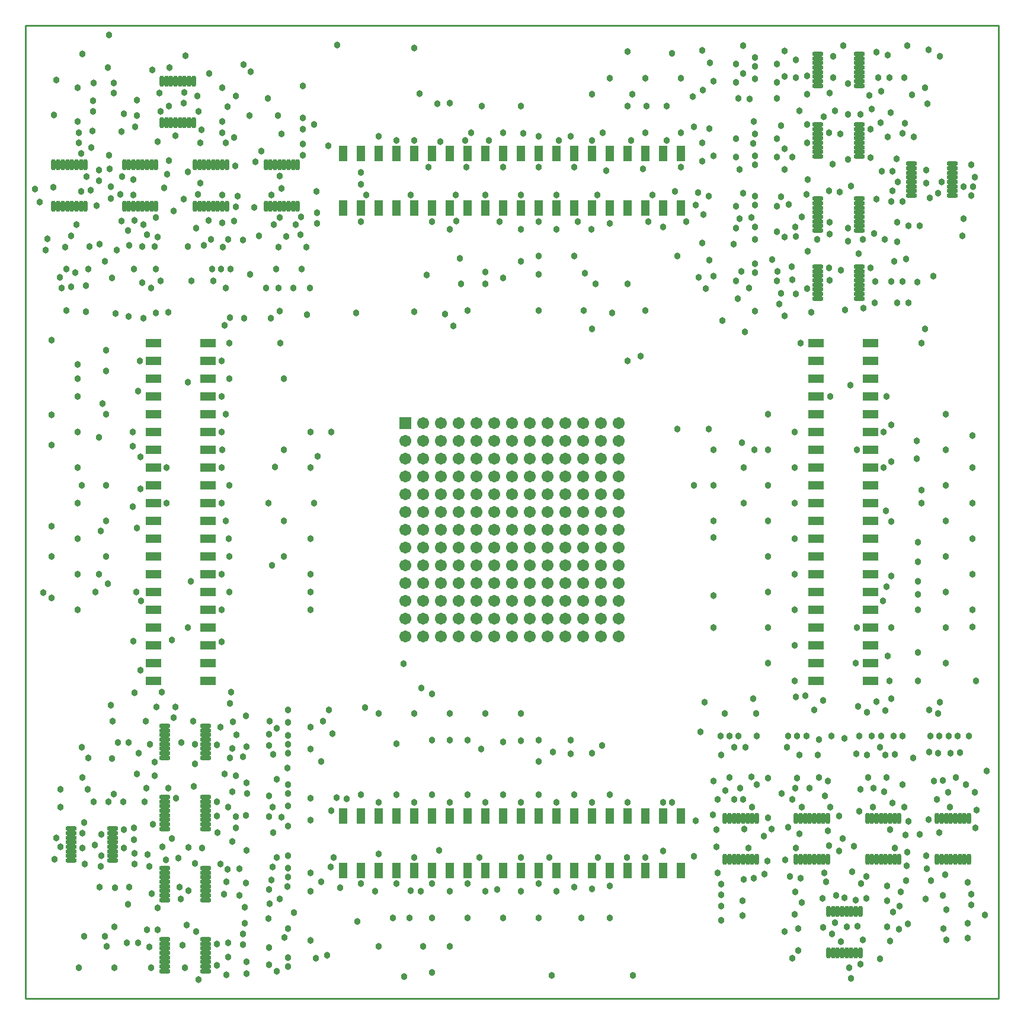
<source format=gbs>
G04 Layer_Color=16711935*
%FSLAX25Y25*%
%MOIN*%
G70*
G01*
G75*
%ADD17C,0.01000*%
%ADD27O,0.06312X0.02670*%
%ADD28O,0.02670X0.06312*%
%ADD29R,0.04737X0.08674*%
%ADD30R,0.08674X0.04737*%
%ADD31C,0.06706*%
%ADD32R,0.06706X0.06706*%
%ADD33C,0.03800*%
D17*
X0Y0D02*
Y547500D01*
X547500D01*
Y0D02*
Y547500D01*
X0Y0D02*
X547500D01*
D27*
X78386Y55543D02*
D03*
Y58102D02*
D03*
Y60661D02*
D03*
Y63220D02*
D03*
Y65780D02*
D03*
Y68339D02*
D03*
Y70898D02*
D03*
Y73457D02*
D03*
X101614Y55543D02*
D03*
Y58102D02*
D03*
Y60661D02*
D03*
Y63220D02*
D03*
Y65780D02*
D03*
Y68339D02*
D03*
Y70898D02*
D03*
Y73457D02*
D03*
X49114Y95707D02*
D03*
Y93148D02*
D03*
Y90589D02*
D03*
Y88030D02*
D03*
Y85470D02*
D03*
Y82911D02*
D03*
Y80352D02*
D03*
Y77793D02*
D03*
X25886Y95707D02*
D03*
Y93148D02*
D03*
Y90589D02*
D03*
Y88030D02*
D03*
Y85470D02*
D03*
Y82911D02*
D03*
Y80352D02*
D03*
Y77793D02*
D03*
X521614Y469707D02*
D03*
Y467148D02*
D03*
Y464589D02*
D03*
Y462030D02*
D03*
Y459470D02*
D03*
Y456911D02*
D03*
Y454352D02*
D03*
Y451793D02*
D03*
X498386Y469707D02*
D03*
Y467148D02*
D03*
Y464589D02*
D03*
Y462030D02*
D03*
Y459470D02*
D03*
Y456911D02*
D03*
Y454352D02*
D03*
Y451793D02*
D03*
X78386Y95543D02*
D03*
Y98102D02*
D03*
Y100661D02*
D03*
Y103220D02*
D03*
Y105780D02*
D03*
Y108339D02*
D03*
Y110898D02*
D03*
Y113457D02*
D03*
X101614Y95543D02*
D03*
Y98102D02*
D03*
Y100661D02*
D03*
Y103220D02*
D03*
Y105780D02*
D03*
Y108339D02*
D03*
Y110898D02*
D03*
Y113457D02*
D03*
X78386Y135543D02*
D03*
Y138102D02*
D03*
Y140661D02*
D03*
Y143220D02*
D03*
Y145780D02*
D03*
Y148339D02*
D03*
Y150898D02*
D03*
Y153457D02*
D03*
X101614Y135543D02*
D03*
Y138102D02*
D03*
Y140661D02*
D03*
Y143220D02*
D03*
Y145780D02*
D03*
Y148339D02*
D03*
Y150898D02*
D03*
Y153457D02*
D03*
X469114Y450057D02*
D03*
Y447498D02*
D03*
Y444939D02*
D03*
Y442380D02*
D03*
Y439820D02*
D03*
Y437261D02*
D03*
Y434702D02*
D03*
Y432143D02*
D03*
X445886Y450057D02*
D03*
Y447498D02*
D03*
Y444939D02*
D03*
Y442380D02*
D03*
Y439820D02*
D03*
Y437261D02*
D03*
Y434702D02*
D03*
Y432143D02*
D03*
X469114Y411757D02*
D03*
Y409198D02*
D03*
Y406639D02*
D03*
Y404080D02*
D03*
Y401520D02*
D03*
Y398961D02*
D03*
Y396402D02*
D03*
Y393843D02*
D03*
X445886Y411757D02*
D03*
Y409198D02*
D03*
Y406639D02*
D03*
Y404080D02*
D03*
Y401520D02*
D03*
Y398961D02*
D03*
Y396402D02*
D03*
Y393843D02*
D03*
X469114Y531457D02*
D03*
Y528898D02*
D03*
Y526339D02*
D03*
Y523780D02*
D03*
Y521220D02*
D03*
Y518661D02*
D03*
Y516102D02*
D03*
Y513543D02*
D03*
X445886Y531457D02*
D03*
Y528898D02*
D03*
Y526339D02*
D03*
Y523780D02*
D03*
Y521220D02*
D03*
Y518661D02*
D03*
Y516102D02*
D03*
Y513543D02*
D03*
X469114Y491657D02*
D03*
Y489098D02*
D03*
Y486539D02*
D03*
Y483980D02*
D03*
Y481420D02*
D03*
Y478861D02*
D03*
Y476302D02*
D03*
Y473743D02*
D03*
X445886Y491657D02*
D03*
Y489098D02*
D03*
Y486539D02*
D03*
Y483980D02*
D03*
Y481420D02*
D03*
Y478861D02*
D03*
Y476302D02*
D03*
Y473743D02*
D03*
X78386Y15543D02*
D03*
Y18102D02*
D03*
Y20661D02*
D03*
Y23220D02*
D03*
Y25780D02*
D03*
Y28339D02*
D03*
Y30898D02*
D03*
Y33457D02*
D03*
X101614Y15543D02*
D03*
Y18102D02*
D03*
Y20661D02*
D03*
Y23220D02*
D03*
Y25780D02*
D03*
Y28339D02*
D03*
Y30898D02*
D03*
Y33457D02*
D03*
D28*
X95443Y469114D02*
D03*
X98002D02*
D03*
X100561D02*
D03*
X103120D02*
D03*
X105680D02*
D03*
X108239D02*
D03*
X110798D02*
D03*
X113357D02*
D03*
X95443Y445886D02*
D03*
X98002D02*
D03*
X100561D02*
D03*
X103120D02*
D03*
X105680D02*
D03*
X108239D02*
D03*
X110798D02*
D03*
X113357D02*
D03*
X15943Y469114D02*
D03*
X18502D02*
D03*
X21061D02*
D03*
X23620D02*
D03*
X26180D02*
D03*
X28739D02*
D03*
X31298D02*
D03*
X33857D02*
D03*
X15943Y445886D02*
D03*
X18502D02*
D03*
X21061D02*
D03*
X23620D02*
D03*
X26180D02*
D03*
X28739D02*
D03*
X31298D02*
D03*
X33857D02*
D03*
X530757Y78386D02*
D03*
X528198D02*
D03*
X525639D02*
D03*
X523080D02*
D03*
X520520D02*
D03*
X517961D02*
D03*
X515402D02*
D03*
X512843D02*
D03*
X530757Y101614D02*
D03*
X528198D02*
D03*
X525639D02*
D03*
X523080D02*
D03*
X520520D02*
D03*
X517961D02*
D03*
X515402D02*
D03*
X512843D02*
D03*
X469707Y25886D02*
D03*
X467148D02*
D03*
X464589D02*
D03*
X462030D02*
D03*
X459470D02*
D03*
X456911D02*
D03*
X454352D02*
D03*
X451793D02*
D03*
X469707Y49114D02*
D03*
X467148D02*
D03*
X464589D02*
D03*
X462030D02*
D03*
X459470D02*
D03*
X456911D02*
D03*
X454352D02*
D03*
X451793D02*
D03*
X94707Y492886D02*
D03*
X92148D02*
D03*
X89589D02*
D03*
X87030D02*
D03*
X84470D02*
D03*
X81911D02*
D03*
X79352D02*
D03*
X76793D02*
D03*
X94707Y516114D02*
D03*
X92148D02*
D03*
X89589D02*
D03*
X87030D02*
D03*
X84470D02*
D03*
X81911D02*
D03*
X79352D02*
D03*
X76793D02*
D03*
X491557Y78386D02*
D03*
X488998D02*
D03*
X486439D02*
D03*
X483880D02*
D03*
X481320D02*
D03*
X478761D02*
D03*
X476202D02*
D03*
X473643D02*
D03*
X491557Y101614D02*
D03*
X488998D02*
D03*
X486439D02*
D03*
X483880D02*
D03*
X481320D02*
D03*
X478761D02*
D03*
X476202D02*
D03*
X473643D02*
D03*
X451457Y78386D02*
D03*
X448898D02*
D03*
X446339D02*
D03*
X443780D02*
D03*
X441220D02*
D03*
X438661D02*
D03*
X436102D02*
D03*
X433543D02*
D03*
X451457Y101614D02*
D03*
X448898D02*
D03*
X446339D02*
D03*
X443780D02*
D03*
X441220D02*
D03*
X438661D02*
D03*
X436102D02*
D03*
X433543D02*
D03*
X411457Y78386D02*
D03*
X408898D02*
D03*
X406339D02*
D03*
X403780D02*
D03*
X401220D02*
D03*
X398661D02*
D03*
X396102D02*
D03*
X393543D02*
D03*
X411457Y101614D02*
D03*
X408898D02*
D03*
X406339D02*
D03*
X403780D02*
D03*
X401220D02*
D03*
X398661D02*
D03*
X396102D02*
D03*
X393543D02*
D03*
X55643Y469114D02*
D03*
X58202D02*
D03*
X60761D02*
D03*
X63320D02*
D03*
X65880D02*
D03*
X68439D02*
D03*
X70998D02*
D03*
X73557D02*
D03*
X55643Y445886D02*
D03*
X58202D02*
D03*
X60761D02*
D03*
X63320D02*
D03*
X65880D02*
D03*
X68439D02*
D03*
X70998D02*
D03*
X73557D02*
D03*
X135343Y469114D02*
D03*
X137902D02*
D03*
X140461D02*
D03*
X143020D02*
D03*
X145580D02*
D03*
X148139D02*
D03*
X150698D02*
D03*
X153257D02*
D03*
X135343Y445886D02*
D03*
X137902D02*
D03*
X140461D02*
D03*
X143020D02*
D03*
X145580D02*
D03*
X148139D02*
D03*
X150698D02*
D03*
X153257D02*
D03*
D29*
X218750Y102854D02*
D03*
X198750D02*
D03*
X188750D02*
D03*
X178750D02*
D03*
X208750D02*
D03*
X258750D02*
D03*
X228750D02*
D03*
X238750D02*
D03*
X248750D02*
D03*
X268750D02*
D03*
X308750D02*
D03*
X278750D02*
D03*
X288750D02*
D03*
X298750D02*
D03*
X318750D02*
D03*
X358750D02*
D03*
X328750D02*
D03*
X338750D02*
D03*
X348750D02*
D03*
X368750D02*
D03*
Y72146D02*
D03*
X348750D02*
D03*
X338750D02*
D03*
X328750D02*
D03*
X358750D02*
D03*
X318750D02*
D03*
X298750D02*
D03*
X288750D02*
D03*
X278750D02*
D03*
X308750D02*
D03*
X268750D02*
D03*
X248750D02*
D03*
X238750D02*
D03*
X228750D02*
D03*
X258750D02*
D03*
X208750D02*
D03*
X178750D02*
D03*
X188750D02*
D03*
X198750D02*
D03*
X218750D02*
D03*
X328750Y444646D02*
D03*
X348750D02*
D03*
X358750D02*
D03*
X368750D02*
D03*
X338750D02*
D03*
X288750D02*
D03*
X318750D02*
D03*
X308750D02*
D03*
X298750D02*
D03*
X278750D02*
D03*
X238750D02*
D03*
X268750D02*
D03*
X258750D02*
D03*
X248750D02*
D03*
X228750D02*
D03*
X188750D02*
D03*
X218750D02*
D03*
X208750D02*
D03*
X198750D02*
D03*
X178750D02*
D03*
Y475354D02*
D03*
X198750D02*
D03*
X208750D02*
D03*
X218750D02*
D03*
X188750D02*
D03*
X228750D02*
D03*
X248750D02*
D03*
X258750D02*
D03*
X268750D02*
D03*
X238750D02*
D03*
X278750D02*
D03*
X298750D02*
D03*
X308750D02*
D03*
X318750D02*
D03*
X288750D02*
D03*
X338750D02*
D03*
X368750D02*
D03*
X358750D02*
D03*
X348750D02*
D03*
X328750D02*
D03*
D30*
X444646Y218750D02*
D03*
Y198750D02*
D03*
Y188750D02*
D03*
Y178750D02*
D03*
Y208750D02*
D03*
Y258750D02*
D03*
Y228750D02*
D03*
Y238750D02*
D03*
Y248750D02*
D03*
Y268750D02*
D03*
Y308750D02*
D03*
Y278750D02*
D03*
Y288750D02*
D03*
Y298750D02*
D03*
Y318750D02*
D03*
Y358750D02*
D03*
Y328750D02*
D03*
Y338750D02*
D03*
Y348750D02*
D03*
Y368750D02*
D03*
X475354D02*
D03*
Y348750D02*
D03*
Y338750D02*
D03*
Y328750D02*
D03*
Y358750D02*
D03*
Y318750D02*
D03*
Y298750D02*
D03*
Y288750D02*
D03*
Y278750D02*
D03*
Y308750D02*
D03*
Y268750D02*
D03*
Y248750D02*
D03*
Y238750D02*
D03*
Y228750D02*
D03*
Y258750D02*
D03*
Y208750D02*
D03*
Y178750D02*
D03*
Y188750D02*
D03*
Y198750D02*
D03*
Y218750D02*
D03*
X102854Y328750D02*
D03*
Y348750D02*
D03*
Y358750D02*
D03*
Y368750D02*
D03*
Y338750D02*
D03*
Y288750D02*
D03*
Y318750D02*
D03*
Y308750D02*
D03*
Y298750D02*
D03*
Y278750D02*
D03*
Y238750D02*
D03*
Y268750D02*
D03*
Y258750D02*
D03*
Y248750D02*
D03*
Y228750D02*
D03*
Y188750D02*
D03*
Y218750D02*
D03*
Y208750D02*
D03*
Y198750D02*
D03*
Y178750D02*
D03*
X72146D02*
D03*
Y198750D02*
D03*
Y208750D02*
D03*
Y218750D02*
D03*
Y188750D02*
D03*
Y228750D02*
D03*
Y248750D02*
D03*
Y258750D02*
D03*
Y268750D02*
D03*
Y238750D02*
D03*
Y278750D02*
D03*
Y298750D02*
D03*
Y308750D02*
D03*
Y318750D02*
D03*
Y288750D02*
D03*
Y338750D02*
D03*
Y368750D02*
D03*
Y358750D02*
D03*
Y348750D02*
D03*
Y328750D02*
D03*
D31*
X333750Y203750D02*
D03*
Y213750D02*
D03*
Y223750D02*
D03*
Y233750D02*
D03*
Y243750D02*
D03*
Y253750D02*
D03*
Y263750D02*
D03*
Y273750D02*
D03*
Y283750D02*
D03*
Y293750D02*
D03*
Y303750D02*
D03*
Y313750D02*
D03*
Y323750D02*
D03*
X323750Y203750D02*
D03*
Y213750D02*
D03*
Y223750D02*
D03*
Y233750D02*
D03*
Y243750D02*
D03*
Y253750D02*
D03*
Y263750D02*
D03*
Y273750D02*
D03*
Y283750D02*
D03*
Y293750D02*
D03*
Y303750D02*
D03*
Y313750D02*
D03*
Y323750D02*
D03*
X313750Y203750D02*
D03*
Y213750D02*
D03*
Y223750D02*
D03*
Y233750D02*
D03*
Y243750D02*
D03*
Y253750D02*
D03*
Y263750D02*
D03*
Y273750D02*
D03*
Y283750D02*
D03*
Y293750D02*
D03*
Y303750D02*
D03*
Y313750D02*
D03*
Y323750D02*
D03*
X303750Y203750D02*
D03*
Y213750D02*
D03*
Y223750D02*
D03*
Y233750D02*
D03*
Y243750D02*
D03*
Y253750D02*
D03*
Y263750D02*
D03*
Y273750D02*
D03*
Y283750D02*
D03*
Y293750D02*
D03*
Y303750D02*
D03*
Y313750D02*
D03*
Y323750D02*
D03*
X293750Y203750D02*
D03*
Y213750D02*
D03*
Y223750D02*
D03*
Y233750D02*
D03*
Y243750D02*
D03*
Y253750D02*
D03*
Y263750D02*
D03*
Y273750D02*
D03*
Y283750D02*
D03*
Y293750D02*
D03*
Y303750D02*
D03*
Y313750D02*
D03*
Y323750D02*
D03*
X283750Y203750D02*
D03*
Y213750D02*
D03*
Y223750D02*
D03*
Y233750D02*
D03*
Y243750D02*
D03*
Y253750D02*
D03*
Y263750D02*
D03*
Y273750D02*
D03*
Y283750D02*
D03*
Y293750D02*
D03*
Y303750D02*
D03*
Y313750D02*
D03*
Y323750D02*
D03*
X273750Y203750D02*
D03*
Y213750D02*
D03*
Y223750D02*
D03*
Y233750D02*
D03*
Y243750D02*
D03*
Y253750D02*
D03*
Y263750D02*
D03*
Y273750D02*
D03*
Y283750D02*
D03*
Y293750D02*
D03*
Y303750D02*
D03*
Y313750D02*
D03*
Y323750D02*
D03*
X263750Y203750D02*
D03*
Y213750D02*
D03*
Y223750D02*
D03*
Y233750D02*
D03*
Y243750D02*
D03*
Y253750D02*
D03*
Y263750D02*
D03*
Y273750D02*
D03*
Y283750D02*
D03*
Y293750D02*
D03*
Y303750D02*
D03*
Y313750D02*
D03*
Y323750D02*
D03*
X253750Y203750D02*
D03*
Y213750D02*
D03*
Y223750D02*
D03*
Y233750D02*
D03*
Y243750D02*
D03*
Y253750D02*
D03*
Y263750D02*
D03*
Y273750D02*
D03*
Y283750D02*
D03*
Y293750D02*
D03*
Y303750D02*
D03*
Y313750D02*
D03*
Y323750D02*
D03*
X243750Y203750D02*
D03*
Y213750D02*
D03*
Y223750D02*
D03*
Y233750D02*
D03*
Y243750D02*
D03*
Y253750D02*
D03*
Y263750D02*
D03*
Y273750D02*
D03*
Y283750D02*
D03*
Y293750D02*
D03*
Y303750D02*
D03*
Y313750D02*
D03*
Y323750D02*
D03*
X233750Y203750D02*
D03*
Y213750D02*
D03*
Y223750D02*
D03*
Y233750D02*
D03*
Y243750D02*
D03*
Y253750D02*
D03*
Y263750D02*
D03*
Y273750D02*
D03*
Y283750D02*
D03*
Y293750D02*
D03*
Y303750D02*
D03*
Y313750D02*
D03*
Y323750D02*
D03*
X223750Y203750D02*
D03*
Y213750D02*
D03*
Y223750D02*
D03*
Y233750D02*
D03*
Y243750D02*
D03*
Y253750D02*
D03*
Y263750D02*
D03*
Y273750D02*
D03*
Y283750D02*
D03*
Y293750D02*
D03*
Y303750D02*
D03*
Y313750D02*
D03*
Y323750D02*
D03*
X213750Y203750D02*
D03*
Y213750D02*
D03*
Y223750D02*
D03*
Y233750D02*
D03*
Y243750D02*
D03*
Y253750D02*
D03*
Y263750D02*
D03*
Y273750D02*
D03*
Y283750D02*
D03*
Y293750D02*
D03*
Y303750D02*
D03*
Y313750D02*
D03*
D32*
Y323750D02*
D03*
D33*
X376000Y288750D02*
D03*
X82300Y90200D02*
D03*
X137443Y155957D02*
D03*
X141400Y152000D02*
D03*
Y123400D02*
D03*
X46600Y523800D02*
D03*
X96700Y507900D02*
D03*
X74500Y428600D02*
D03*
X156000Y480925D02*
D03*
X35957Y423102D02*
D03*
X68600Y429700D02*
D03*
X113957Y427102D02*
D03*
X158000Y422884D02*
D03*
X503000Y92400D02*
D03*
X511043Y122398D02*
D03*
X477043Y118398D02*
D03*
X475400Y473000D02*
D03*
X477500Y430500D02*
D03*
X486100Y518100D02*
D03*
X469828Y497500D02*
D03*
X506930Y465970D02*
D03*
X440150Y460800D02*
D03*
X454600Y518200D02*
D03*
X515300Y459470D02*
D03*
X454600Y530000D02*
D03*
X534100Y462030D02*
D03*
X507300Y503528D02*
D03*
X532100Y469130D02*
D03*
X508122Y533900D02*
D03*
X527870Y456911D02*
D03*
X71300Y522400D02*
D03*
X76000Y499100D02*
D03*
X84470Y485400D02*
D03*
X83300Y443000D02*
D03*
X162400Y491800D02*
D03*
X99000Y488700D02*
D03*
X128700Y445137D02*
D03*
X40200Y446200D02*
D03*
X97000Y452579D02*
D03*
X89000Y503800D02*
D03*
X103557Y520400D02*
D03*
X17500Y516950D02*
D03*
X467100Y55400D02*
D03*
X460900Y56700D02*
D03*
X434776Y39378D02*
D03*
X458911Y32200D02*
D03*
X434800Y27100D02*
D03*
X518200Y33079D02*
D03*
X38472Y110772D02*
D03*
X19630Y85470D02*
D03*
X17286Y90589D02*
D03*
X30200Y17500D02*
D03*
X33079Y99000D02*
D03*
Y35100D02*
D03*
X90100Y530400D02*
D03*
X191700Y452100D02*
D03*
X464589Y11400D02*
D03*
X451516Y122398D02*
D03*
X493516Y120400D02*
D03*
X139374Y93484D02*
D03*
X139400Y137500D02*
D03*
X137374Y53484D02*
D03*
X141300Y15484D02*
D03*
X188750Y458200D02*
D03*
X410300Y529500D02*
D03*
X410358Y451516D02*
D03*
X410400Y413500D02*
D03*
X61425Y172175D02*
D03*
X115188Y135543D02*
D03*
X166600Y133500D02*
D03*
X42528Y74500D02*
D03*
X80323Y118423D02*
D03*
X68280D02*
D03*
X411516Y147800D02*
D03*
X213000Y12600D02*
D03*
X453500Y147800D02*
D03*
X457800Y102700D02*
D03*
X417900Y101800D02*
D03*
X419700Y95400D02*
D03*
X460832Y146600D02*
D03*
X530916Y147816D02*
D03*
X49800Y509300D02*
D03*
X62700Y505400D02*
D03*
X117600Y484300D02*
D03*
X49772Y515272D02*
D03*
X15943Y456374D02*
D03*
X384898Y415516D02*
D03*
X384500Y451516D02*
D03*
X384898Y489516D02*
D03*
X490100Y472600D02*
D03*
X478925Y532300D02*
D03*
X504050Y368750D02*
D03*
X417600Y77500D02*
D03*
X458600Y486500D02*
D03*
X358800Y110300D02*
D03*
X35100Y117700D02*
D03*
X63898Y138102D02*
D03*
X71898Y98102D02*
D03*
X71000Y59205D02*
D03*
X488998Y84642D02*
D03*
X457900Y83050D02*
D03*
X376200Y80000D02*
D03*
X406898Y84642D02*
D03*
X45900Y29300D02*
D03*
X47100Y474600D02*
D03*
X462900Y472200D02*
D03*
X422900Y473600D02*
D03*
X454100Y469400D02*
D03*
X452000Y454424D02*
D03*
X410300Y474200D02*
D03*
X486700Y498300D02*
D03*
X427100Y478003D02*
D03*
X481776Y465400D02*
D03*
X422900Y483839D02*
D03*
X425100Y491000D02*
D03*
X494673Y492400D02*
D03*
X452142Y487098D02*
D03*
X410400Y517300D02*
D03*
X494374Y518226D02*
D03*
X433400Y518100D02*
D03*
X439630Y519220D02*
D03*
X479776Y518000D02*
D03*
X433300Y396402D02*
D03*
X439630Y399520D02*
D03*
X422900Y403839D02*
D03*
X452374Y404080D02*
D03*
X490374Y391500D02*
D03*
X452200Y411100D02*
D03*
X496700Y391500D02*
D03*
X427102Y428484D02*
D03*
X493500Y448500D02*
D03*
X452384Y430143D02*
D03*
X433400Y428700D02*
D03*
X433100Y434100D02*
D03*
X487200Y448500D02*
D03*
X408400Y439300D02*
D03*
X436700Y439820D02*
D03*
X483302Y427200D02*
D03*
X410300Y446400D02*
D03*
X458100Y453800D02*
D03*
X471100Y427200D02*
D03*
X170400Y479800D02*
D03*
X155400Y410305D02*
D03*
X154950Y429757D02*
D03*
X146900Y428800D02*
D03*
X156000Y489200D02*
D03*
X142600Y422900D02*
D03*
X113700Y501900D02*
D03*
X117400Y437600D02*
D03*
X115300Y410400D02*
D03*
X111107Y422900D02*
D03*
X110798Y452142D02*
D03*
X126122Y496700D02*
D03*
X110900Y436400D02*
D03*
X110280Y410358D02*
D03*
X104500Y427100D02*
D03*
X105200Y410300D02*
D03*
X103120Y437630D02*
D03*
X48200Y456800D02*
D03*
Y450000D02*
D03*
X66400Y435400D02*
D03*
X61320Y437630D02*
D03*
X61161Y410339D02*
D03*
X61874Y490374D02*
D03*
X60761Y452142D02*
D03*
X58602Y423900D02*
D03*
X54202Y437398D02*
D03*
X62700Y496673D02*
D03*
X41900Y424300D02*
D03*
X31300Y475400D02*
D03*
X35400Y410300D02*
D03*
X29300Y493500D02*
D03*
X38100Y499224D02*
D03*
X23161Y410300D02*
D03*
X22600Y422900D02*
D03*
X12502Y427398D02*
D03*
X44800Y414900D02*
D03*
X398700Y141400D02*
D03*
X398661Y112061D02*
D03*
X402000Y118300D02*
D03*
X391500Y58300D02*
D03*
X403780Y112102D02*
D03*
X391500Y52000D02*
D03*
X435600Y137200D02*
D03*
X434200Y124200D02*
D03*
X448500Y56600D02*
D03*
X436661Y107870D02*
D03*
X433200Y60276D02*
D03*
X445800Y137200D02*
D03*
X446400Y124300D02*
D03*
X452898Y107870D02*
D03*
X427400Y78100D02*
D03*
X470000Y64900D02*
D03*
X492400Y60200D02*
D03*
X532000Y52800D02*
D03*
X513602Y138102D02*
D03*
X512843Y112102D02*
D03*
X518247Y49976D02*
D03*
X520600Y138100D02*
D03*
X519961Y107870D02*
D03*
X519080Y116102D02*
D03*
X525800Y138500D02*
D03*
X509600Y66348D02*
D03*
X115032Y166248D02*
D03*
X83348Y158200D02*
D03*
X115880Y172600D02*
D03*
X76700D02*
D03*
X72800Y133000D02*
D03*
X94400Y156100D02*
D03*
X137200Y148800D02*
D03*
X109870Y152898D02*
D03*
X118850Y148339D02*
D03*
X67700Y156000D02*
D03*
X116700Y155900D02*
D03*
X124600Y141900D02*
D03*
X49100Y156000D02*
D03*
X95358Y143220D02*
D03*
X107870Y142661D02*
D03*
X137200Y142300D02*
D03*
X52024Y144247D02*
D03*
X116400Y116500D02*
D03*
X124630Y115398D02*
D03*
X137200Y114000D02*
D03*
X114102Y107780D02*
D03*
X67200Y110700D02*
D03*
X107870Y102661D02*
D03*
X137100Y102300D02*
D03*
X116400Y88500D02*
D03*
X74600Y51200D02*
D03*
X95400Y76100D02*
D03*
X139100Y74200D02*
D03*
X113870Y72898D02*
D03*
X109718Y75768D02*
D03*
X120300Y73200D02*
D03*
X123961Y65200D02*
D03*
X107900Y30898D02*
D03*
X137142Y28839D02*
D03*
X57100Y31326D02*
D03*
X114100Y23500D02*
D03*
X69700Y29200D02*
D03*
X137100Y19002D02*
D03*
X107870Y18661D02*
D03*
X124400Y14000D02*
D03*
X462900Y497600D02*
D03*
X506200Y512400D02*
D03*
X495300Y66300D02*
D03*
X495900Y74700D02*
D03*
X469043Y147858D02*
D03*
X429043D02*
D03*
X509000Y147843D02*
D03*
X48850Y405450D02*
D03*
X34000Y401000D02*
D03*
X75957Y403874D02*
D03*
X126293Y407350D02*
D03*
X381000Y511043D02*
D03*
X380898Y471043D02*
D03*
X471200Y33200D02*
D03*
X452950Y338750D02*
D03*
X338700Y110300D02*
D03*
X16343Y78400D02*
D03*
X338300Y79600D02*
D03*
X55400Y497900D02*
D03*
X156000Y513300D02*
D03*
X348750Y79600D02*
D03*
X368800Y487200D02*
D03*
X401900Y466500D02*
D03*
X341600Y508800D02*
D03*
X399700Y483839D02*
D03*
X318700Y508700D02*
D03*
X401100Y506500D02*
D03*
X288750Y485209D02*
D03*
X268750Y487209D02*
D03*
X375600Y507300D02*
D03*
X250750Y487200D02*
D03*
X403900Y536000D02*
D03*
X221700Y509000D02*
D03*
X338750Y358750D02*
D03*
X399700Y403800D02*
D03*
X320800Y402100D02*
D03*
X318750Y376950D02*
D03*
X314250Y387200D02*
D03*
X387100Y406400D02*
D03*
X314900Y408000D02*
D03*
X402943Y409250D02*
D03*
X288750Y407500D02*
D03*
X398400Y424500D02*
D03*
X268750Y405400D02*
D03*
X258750Y408700D02*
D03*
X401880Y438720D02*
D03*
X248750Y387209D02*
D03*
X381580Y441280D02*
D03*
X218750Y386300D02*
D03*
X143450Y368750D02*
D03*
X145400Y348700D02*
D03*
X150839Y399642D02*
D03*
X142600Y399700D02*
D03*
X145400Y308800D02*
D03*
X112800Y399700D02*
D03*
X145417Y268750D02*
D03*
X160291Y258750D02*
D03*
X112280Y378898D02*
D03*
X160300Y228750D02*
D03*
X80516Y386284D02*
D03*
X45417Y364750D02*
D03*
X64291Y358750D02*
D03*
X73398Y385800D02*
D03*
X45400Y353200D02*
D03*
X70800Y399700D02*
D03*
X45417Y328750D02*
D03*
X34000Y386500D02*
D03*
X45417Y268750D02*
D03*
X62950Y264700D02*
D03*
X45417Y248750D02*
D03*
X46300Y233350D02*
D03*
X65250Y223700D02*
D03*
X393602Y160370D02*
D03*
X401280Y147858D02*
D03*
X387200Y308800D02*
D03*
X443839Y162501D02*
D03*
X366700Y320400D02*
D03*
X478720Y167000D02*
D03*
X482300Y223800D02*
D03*
X502100Y245800D02*
D03*
X502083Y256750D02*
D03*
X508500Y162600D02*
D03*
X504000Y278750D02*
D03*
X514200Y147800D02*
D03*
X514500Y166662D02*
D03*
X487200Y302100D02*
D03*
X501575Y313775D02*
D03*
X524400Y147800D02*
D03*
X487200Y322900D02*
D03*
X147858Y162516D02*
D03*
X208750Y143400D02*
D03*
X147800Y148280D02*
D03*
X222750Y174650D02*
D03*
X228700Y145400D02*
D03*
X147800Y143200D02*
D03*
X228750Y171300D02*
D03*
X238750Y145400D02*
D03*
X160400Y140600D02*
D03*
X238750Y160350D02*
D03*
X147858Y138043D02*
D03*
X147900Y120500D02*
D03*
X256350Y140500D02*
D03*
X147800Y115400D02*
D03*
X278800Y160300D02*
D03*
X306700Y145400D02*
D03*
X306750Y137800D02*
D03*
X144218Y102193D02*
D03*
X186700Y43400D02*
D03*
X147802Y73400D02*
D03*
X196750Y60291D02*
D03*
X160400Y70839D02*
D03*
X206700Y45400D02*
D03*
X147820Y68300D02*
D03*
X222300Y60300D02*
D03*
X160400Y60602D02*
D03*
X238750Y60291D02*
D03*
X248750Y45400D02*
D03*
X143100Y56043D02*
D03*
X160400Y32800D02*
D03*
X145900Y34400D02*
D03*
X288750Y45400D02*
D03*
X147839Y23161D02*
D03*
X312750Y45417D02*
D03*
X180800Y112300D02*
D03*
X432800Y178750D02*
D03*
X114700Y368800D02*
D03*
X371700Y437200D02*
D03*
X368750Y517800D02*
D03*
X188800Y114700D02*
D03*
X417900Y188750D02*
D03*
X110300Y358800D02*
D03*
X365350Y454100D02*
D03*
X363700Y531850D02*
D03*
X198750Y110300D02*
D03*
X432800Y198750D02*
D03*
X114700Y348750D02*
D03*
X208800Y114700D02*
D03*
X417900Y208750D02*
D03*
X110300Y338800D02*
D03*
X338750Y532800D02*
D03*
X352800Y452100D02*
D03*
X218800Y110300D02*
D03*
X432800Y218750D02*
D03*
X328750Y436200D02*
D03*
X328800Y517900D02*
D03*
X228800Y114700D02*
D03*
X417900Y228750D02*
D03*
X110300Y318800D02*
D03*
X238800Y110300D02*
D03*
X432800Y238750D02*
D03*
X248800Y114700D02*
D03*
X417900Y248750D02*
D03*
X110300Y298800D02*
D03*
X258800Y110300D02*
D03*
X432800Y258750D02*
D03*
X114700Y288750D02*
D03*
X268800Y114700D02*
D03*
X417900Y268750D02*
D03*
X110300Y278800D02*
D03*
X278800Y110300D02*
D03*
X432800Y278750D02*
D03*
X288800Y114700D02*
D03*
X417900Y288800D02*
D03*
X114300Y258800D02*
D03*
X258700Y452100D02*
D03*
X298800Y110300D02*
D03*
X432800Y298800D02*
D03*
X114700Y248750D02*
D03*
X242500Y437300D02*
D03*
X308800Y114700D02*
D03*
X417900Y308750D02*
D03*
X110300Y238800D02*
D03*
X242168Y452050D02*
D03*
X318800Y110300D02*
D03*
X432800Y318800D02*
D03*
X114700Y228750D02*
D03*
X328800Y114700D02*
D03*
X417900Y328750D02*
D03*
X110300Y218800D02*
D03*
X218750Y534800D02*
D03*
X216750Y452100D02*
D03*
X171800Y74100D02*
D03*
X14700Y370300D02*
D03*
X368700Y467900D02*
D03*
X366800Y417900D02*
D03*
X188700Y64700D02*
D03*
X198750Y29600D02*
D03*
X198800Y81600D02*
D03*
X532800Y209000D02*
D03*
X29600Y348750D02*
D03*
X347500Y466700D02*
D03*
X218800Y79600D02*
D03*
X223800Y29600D02*
D03*
X14700Y328600D02*
D03*
X228750Y64700D02*
D03*
X228800Y14700D02*
D03*
X517900Y228800D02*
D03*
X29600Y318750D02*
D03*
X318800Y482800D02*
D03*
X318597Y432903D02*
D03*
X532800Y238750D02*
D03*
X14700Y311400D02*
D03*
X64700Y304700D02*
D03*
X517900Y248800D02*
D03*
X300100Y482800D02*
D03*
X298800Y432800D02*
D03*
X255500Y79500D02*
D03*
X532800Y258750D02*
D03*
X517900Y268800D02*
D03*
X278800Y432800D02*
D03*
X280188Y486800D02*
D03*
X278800Y79600D02*
D03*
X532800Y278800D02*
D03*
X14700Y265900D02*
D03*
X268750Y467900D02*
D03*
X517900Y288750D02*
D03*
X29600Y258750D02*
D03*
X260800Y482800D02*
D03*
X294800Y79600D02*
D03*
X482800Y298750D02*
D03*
X532800Y298800D02*
D03*
X308750Y62900D02*
D03*
X29600Y238750D02*
D03*
X247600Y482800D02*
D03*
X238800Y432800D02*
D03*
X532800Y316800D02*
D03*
X482850Y318750D02*
D03*
X62400Y228750D02*
D03*
X14700Y225500D02*
D03*
X226800Y467900D02*
D03*
X328750Y63600D02*
D03*
X517900Y328800D02*
D03*
X218700Y482800D02*
D03*
X19800Y107700D02*
D03*
Y117750D02*
D03*
X63425Y31300D02*
D03*
X73700Y164000D02*
D03*
X64700Y184800D02*
D03*
X60700Y201100D02*
D03*
X136700Y45000D02*
D03*
X141400Y79500D02*
D03*
X30063Y481463D02*
D03*
X164100Y442000D02*
D03*
X410358Y427043D02*
D03*
X530000Y65425D02*
D03*
X433543Y84857D02*
D03*
X387043Y122398D02*
D03*
X417700Y124100D02*
D03*
X433100Y118400D02*
D03*
X453800Y36300D02*
D03*
X391500Y64575D02*
D03*
X495400Y416143D02*
D03*
X410358Y386850D02*
D03*
X532100Y451793D02*
D03*
X481550Y510550D02*
D03*
X37900Y488200D02*
D03*
X407500Y506100D02*
D03*
X410358Y469043D02*
D03*
X461100Y387500D02*
D03*
X487900Y465600D02*
D03*
X458900Y409700D02*
D03*
X455500Y499600D02*
D03*
X506700Y458900D02*
D03*
X440100Y420500D02*
D03*
X449200Y496269D02*
D03*
X462900Y426100D02*
D03*
X439800Y508700D02*
D03*
X445600Y427231D02*
D03*
X487852Y454352D02*
D03*
X452600Y436700D02*
D03*
X490750Y459470D02*
D03*
X532989Y456911D02*
D03*
X527700Y438800D02*
D03*
X514400Y530000D02*
D03*
X508900Y450521D02*
D03*
X80700Y471400D02*
D03*
X80900Y502000D02*
D03*
X79900Y463700D02*
D03*
X144200Y455700D02*
D03*
X129350Y470750D02*
D03*
X5500Y455508D02*
D03*
X89000Y449729D02*
D03*
X32000Y531567D02*
D03*
X38200Y504972D02*
D03*
X118500Y507700D02*
D03*
X38356Y515200D02*
D03*
X89589Y509800D02*
D03*
X110800Y512400D02*
D03*
X97350Y499087D02*
D03*
X29400Y512300D02*
D03*
X469700Y19600D02*
D03*
X480800Y22500D02*
D03*
X495100Y92100D02*
D03*
X468000Y40900D02*
D03*
X388900Y95100D02*
D03*
X456000Y57976D02*
D03*
X496800Y99800D02*
D03*
X455400Y42900D02*
D03*
X508100Y100900D02*
D03*
X535100Y106000D02*
D03*
X429100Y96400D02*
D03*
X462100Y40600D02*
D03*
X463500Y17600D02*
D03*
X530000Y42500D02*
D03*
X427031Y37800D02*
D03*
X516300Y39378D02*
D03*
X431500Y22800D02*
D03*
X530000Y34200D02*
D03*
X448690Y39990D02*
D03*
X33300Y75793D02*
D03*
X87500Y56050D02*
D03*
X86622Y62700D02*
D03*
X84600Y164251D02*
D03*
X42800Y80400D02*
D03*
X55400Y84900D02*
D03*
X91772Y60776D02*
D03*
X87800Y144200D02*
D03*
X57700Y53200D02*
D03*
X42900Y92500D02*
D03*
X118600Y125600D02*
D03*
X55400Y95100D02*
D03*
X96071Y37729D02*
D03*
X68700Y81100D02*
D03*
X61200Y89400D02*
D03*
X77250Y85500D02*
D03*
X39100Y86600D02*
D03*
X89772Y17500D02*
D03*
X32200Y93100D02*
D03*
X80993Y523800D02*
D03*
X32200Y84900D02*
D03*
X425300Y115400D02*
D03*
X147600Y129900D02*
D03*
X411516Y120398D02*
D03*
X540800Y128200D02*
D03*
X499616Y135400D02*
D03*
X131500Y429100D02*
D03*
X11500Y421100D02*
D03*
X51500Y421000D02*
D03*
X91484Y423102D02*
D03*
X188750Y437200D02*
D03*
X409842Y493516D02*
D03*
X108102Y93543D02*
D03*
X123300Y51600D02*
D03*
X61400Y75800D02*
D03*
X61425Y81793D02*
D03*
X123300Y42393D02*
D03*
X113000Y13543D02*
D03*
X484800Y63300D02*
D03*
X112100Y126300D02*
D03*
X484700Y40500D02*
D03*
X534300Y96057D02*
D03*
X486300Y32500D02*
D03*
X493516Y147858D02*
D03*
X135484Y399900D02*
D03*
X53600Y452400D02*
D03*
X119500Y451500D02*
D03*
X93484Y403874D02*
D03*
X19400Y405832D02*
D03*
X431100Y411757D02*
D03*
X439630Y491657D02*
D03*
X439600Y452500D02*
D03*
X420000Y415800D02*
D03*
X380900Y533516D02*
D03*
X378600Y453500D02*
D03*
X506122Y376750D02*
D03*
X478626Y449874D02*
D03*
X436050Y368750D02*
D03*
X435600Y499600D02*
D03*
X54500Y462600D02*
D03*
X98300Y481400D02*
D03*
X41600Y460100D02*
D03*
X539800Y47200D02*
D03*
X404000Y67261D02*
D03*
X468850Y418982D02*
D03*
X363800Y110300D02*
D03*
X70100Y143200D02*
D03*
X48100Y165200D02*
D03*
X60800Y460913D02*
D03*
X34400Y462400D02*
D03*
X98600Y458913D02*
D03*
X143020Y462841D02*
D03*
X358750Y83000D02*
D03*
X122900Y525500D02*
D03*
X91300Y465008D02*
D03*
X459900Y90000D02*
D03*
X475400Y411200D02*
D03*
Y489100D02*
D03*
X474900Y508100D02*
D03*
X126800Y521600D02*
D03*
X481100Y492700D02*
D03*
X507250Y73250D02*
D03*
X462900Y433300D02*
D03*
X478200Y403300D02*
D03*
X462900Y514700D02*
D03*
X427100Y466500D02*
D03*
X476000Y500300D02*
D03*
X431400Y473350D02*
D03*
X439630Y481420D02*
D03*
X485224Y484800D02*
D03*
X409600Y481280D02*
D03*
X493524Y486800D02*
D03*
X410358Y486398D02*
D03*
X422784Y506500D02*
D03*
X498673Y508573D02*
D03*
X496024Y536051D02*
D03*
X452400Y509600D02*
D03*
X422870Y515602D02*
D03*
X427080Y518720D02*
D03*
X485224Y530900D02*
D03*
X422900Y525800D02*
D03*
X433400Y528039D02*
D03*
X410300Y524400D02*
D03*
X460087Y536100D02*
D03*
X427100Y533000D02*
D03*
Y384100D02*
D03*
X471300Y388600D02*
D03*
X488900Y414800D02*
D03*
X442100Y386200D02*
D03*
X424202Y390700D02*
D03*
X477776Y391500D02*
D03*
X425100Y396800D02*
D03*
X487224Y403424D02*
D03*
X410358Y408398D02*
D03*
X431400Y404600D02*
D03*
X493524Y403300D02*
D03*
X423100Y408957D02*
D03*
X410300Y434200D02*
D03*
X422900Y445800D02*
D03*
X429400Y446900D02*
D03*
X464400Y457000D02*
D03*
X425100Y451000D02*
D03*
X132700Y476900D02*
D03*
X155257Y439630D02*
D03*
X163900Y454087D02*
D03*
X156000Y474600D02*
D03*
X152100Y435400D02*
D03*
X136500Y506536D02*
D03*
X141200Y410300D02*
D03*
X142990Y439600D02*
D03*
X144200Y486400D02*
D03*
X138461Y452142D02*
D03*
X156000Y495500D02*
D03*
X142200Y496673D02*
D03*
X139902Y435398D02*
D03*
X122500Y426900D02*
D03*
X112798Y481370D02*
D03*
X110800Y493524D02*
D03*
Y487200D02*
D03*
X100600Y423898D02*
D03*
X96002Y433398D02*
D03*
X118000Y468327D02*
D03*
X73557Y439600D02*
D03*
X73400Y410300D02*
D03*
X72700Y423161D02*
D03*
X78200Y456087D02*
D03*
X47300Y466700D02*
D03*
X41600Y466000D02*
D03*
X74500Y482100D02*
D03*
X57900Y432100D02*
D03*
X65700Y423100D02*
D03*
X54200Y487800D02*
D03*
X16000Y497200D02*
D03*
X31298Y454142D02*
D03*
X28280Y408300D02*
D03*
X30200Y487224D02*
D03*
X28739Y435398D02*
D03*
X25700Y429098D02*
D03*
X37000Y478700D02*
D03*
X186100Y385700D02*
D03*
X393800Y116952D02*
D03*
X388900Y85600D02*
D03*
X389543Y112102D02*
D03*
X391600Y137200D02*
D03*
X396161Y124600D02*
D03*
X386900Y103413D02*
D03*
X389500Y70900D02*
D03*
X409876Y67724D02*
D03*
X403300Y55100D02*
D03*
X404300Y95300D02*
D03*
X408398Y124630D02*
D03*
X408898Y107870D02*
D03*
X405000Y141400D02*
D03*
X403300Y46800D02*
D03*
X436100Y67900D02*
D03*
X428500Y141400D02*
D03*
X432831Y47600D02*
D03*
X431543Y112100D02*
D03*
X436724Y54000D02*
D03*
X450500Y65800D02*
D03*
X441280Y118398D02*
D03*
X435350Y92750D02*
D03*
X449780Y114102D02*
D03*
X430170Y68874D02*
D03*
X466000Y85900D02*
D03*
X467500Y137900D02*
D03*
X473600Y137200D02*
D03*
X469643Y117638D02*
D03*
X474200Y124600D02*
D03*
X473000Y68900D02*
D03*
X469000Y105413D02*
D03*
X476761Y107870D02*
D03*
X496300Y42000D02*
D03*
X480700Y141400D02*
D03*
X483200Y116400D02*
D03*
X473000Y56300D02*
D03*
X487880Y110102D02*
D03*
X483839Y137200D02*
D03*
X484800Y55100D02*
D03*
X484398Y124600D02*
D03*
X486439Y95126D02*
D03*
X491926Y51979D02*
D03*
X494609Y107900D02*
D03*
X488957Y137503D02*
D03*
X487977Y48827D02*
D03*
X517402Y69898D02*
D03*
X508500Y138716D02*
D03*
X516161Y122639D02*
D03*
X532000Y58700D02*
D03*
X516200Y58276D02*
D03*
X514000Y93400D02*
D03*
X523300Y124400D02*
D03*
X529000Y120600D02*
D03*
X534200Y116100D02*
D03*
X506700Y80400D02*
D03*
X124200Y159000D02*
D03*
X58276Y144276D02*
D03*
X116380Y140780D02*
D03*
X48827Y135100D02*
D03*
X95358Y132102D02*
D03*
X122400Y136043D02*
D03*
X84642Y112898D02*
D03*
X46827Y110800D02*
D03*
X49700Y115100D02*
D03*
X124600Y121400D02*
D03*
X55100Y110800D02*
D03*
X107870Y110898D02*
D03*
X118400Y102600D02*
D03*
X32200Y124300D02*
D03*
X138959Y107700D02*
D03*
X124161Y103161D02*
D03*
X61100Y96100D02*
D03*
X99413Y84700D02*
D03*
X62724Y126300D02*
D03*
X72800Y125400D02*
D03*
X118459Y96043D02*
D03*
X79173Y78100D02*
D03*
X124300Y83400D02*
D03*
X69700Y74500D02*
D03*
X113200Y65780D02*
D03*
X138300Y66820D02*
D03*
X58300Y62700D02*
D03*
X137100Y61300D02*
D03*
X111870Y58661D02*
D03*
X50400Y62400D02*
D03*
X120400Y58000D02*
D03*
X44800Y35200D02*
D03*
X88387Y30100D02*
D03*
X122400Y36516D02*
D03*
X114116Y31398D02*
D03*
X49976Y17500D02*
D03*
X122400Y30300D02*
D03*
X50276Y40300D02*
D03*
X124600Y20700D02*
D03*
X70874Y17500D02*
D03*
X68600Y38800D02*
D03*
X97413Y10900D02*
D03*
X74400Y38800D02*
D03*
X173600Y79600D02*
D03*
X8100Y448100D02*
D03*
X451400Y94600D02*
D03*
X449400Y70800D02*
D03*
X465200Y71400D02*
D03*
X452150Y86007D02*
D03*
X86100Y79100D02*
D03*
X91900Y85100D02*
D03*
X175400Y536600D02*
D03*
X36822Y454878D02*
D03*
X198700Y485200D02*
D03*
X118469Y445500D02*
D03*
X94932Y119402D02*
D03*
X90622Y41553D02*
D03*
X175200Y113100D02*
D03*
X167500Y156000D02*
D03*
X379700Y150000D02*
D03*
X170900Y162500D02*
D03*
X110291Y200750D02*
D03*
X391000Y147800D02*
D03*
X160000Y399900D02*
D03*
X380900Y425000D02*
D03*
X91400Y208750D02*
D03*
X75352Y509600D02*
D03*
X208750Y482950D02*
D03*
X10100Y228400D02*
D03*
X47100Y542200D02*
D03*
X506600Y56000D02*
D03*
X415700Y70100D02*
D03*
X496284Y82323D02*
D03*
X484450Y338750D02*
D03*
X188750Y464800D02*
D03*
X499823Y484724D02*
D03*
X82500Y201700D02*
D03*
X391523Y44250D02*
D03*
X491400Y39000D02*
D03*
X464200Y345000D02*
D03*
X41677Y62776D02*
D03*
X35300Y135600D02*
D03*
X399698Y473602D02*
D03*
X360750Y502083D02*
D03*
X349617Y502083D02*
D03*
X387100Y474200D02*
D03*
X348800Y487200D02*
D03*
X338750Y502083D02*
D03*
X380900Y481300D02*
D03*
X324750Y487209D02*
D03*
X376200Y490300D02*
D03*
X306750Y485209D02*
D03*
X399700Y515600D02*
D03*
X278800Y502100D02*
D03*
X387100Y516161D02*
D03*
X256800Y502100D02*
D03*
X403900Y520300D02*
D03*
X231875Y503475D02*
D03*
X399700Y525800D02*
D03*
X238750Y503900D02*
D03*
X385098Y526398D02*
D03*
X233500Y482100D02*
D03*
X392000Y381300D02*
D03*
X400700Y393900D02*
D03*
X348750Y387200D02*
D03*
X346000Y361500D02*
D03*
X338750Y402200D02*
D03*
X382900Y399300D02*
D03*
X330200Y385750D02*
D03*
X288800Y387200D02*
D03*
X399700Y433600D02*
D03*
X278750Y414900D02*
D03*
X258750Y402100D02*
D03*
X399700Y445800D02*
D03*
X245100Y402100D02*
D03*
X240900Y378400D02*
D03*
X377000Y446400D02*
D03*
X236100Y385200D02*
D03*
X225750Y407000D02*
D03*
X403900Y453000D02*
D03*
X158516Y384898D02*
D03*
X160300Y318800D02*
D03*
X143161Y386700D02*
D03*
X171959Y318750D02*
D03*
X160291Y298750D02*
D03*
X138043Y382900D02*
D03*
X164550Y305000D02*
D03*
X140500Y299150D02*
D03*
X123100Y382900D02*
D03*
X162300Y278750D02*
D03*
X136700D02*
D03*
X115130Y383100D02*
D03*
X105791Y403900D02*
D03*
X145417Y248750D02*
D03*
X160300Y238800D02*
D03*
Y218800D02*
D03*
X43400Y334900D02*
D03*
X66300Y382900D02*
D03*
X65720Y402900D02*
D03*
X58200Y383700D02*
D03*
X60291Y318750D02*
D03*
X41400Y315800D02*
D03*
X60300Y310900D02*
D03*
X50650Y385550D02*
D03*
X45417Y288750D02*
D03*
X60291Y276750D02*
D03*
X42500Y263000D02*
D03*
X25720Y400600D02*
D03*
X23161Y387100D02*
D03*
X41450Y238750D02*
D03*
X20602Y399700D02*
D03*
X39417Y228750D02*
D03*
X382084Y166700D02*
D03*
X396161Y147858D02*
D03*
X387209Y208750D02*
D03*
Y226750D02*
D03*
X409600Y168800D02*
D03*
X410957Y160400D02*
D03*
X433602Y169898D02*
D03*
X387200Y259400D02*
D03*
Y268800D02*
D03*
X434200Y147800D02*
D03*
X438720Y170580D02*
D03*
X387200Y288800D02*
D03*
X404100Y298800D02*
D03*
X439300Y147800D02*
D03*
X403100Y312700D02*
D03*
X410000Y308750D02*
D03*
X446398Y145800D02*
D03*
X384300Y320350D02*
D03*
X448900Y167700D02*
D03*
X468484Y164600D02*
D03*
X502083Y178750D02*
D03*
X473602Y161000D02*
D03*
X485209Y192750D02*
D03*
X476161Y147800D02*
D03*
X502083Y194750D02*
D03*
X487209Y208750D02*
D03*
X481300Y147800D02*
D03*
X502100Y218800D02*
D03*
Y227500D02*
D03*
X484300Y231700D02*
D03*
X483839Y162000D02*
D03*
X488400Y147800D02*
D03*
X502100Y234750D02*
D03*
X487200Y237800D02*
D03*
Y168800D02*
D03*
X484250Y274500D02*
D03*
X513602Y160400D02*
D03*
X487200Y268600D02*
D03*
X504025Y286175D02*
D03*
X519300Y147800D02*
D03*
X501575Y303725D02*
D03*
X147800Y155400D02*
D03*
X160370Y152839D02*
D03*
X198700Y160300D02*
D03*
X212700Y188400D02*
D03*
X172700Y149220D02*
D03*
X218700Y160300D02*
D03*
X248800Y145400D02*
D03*
X258750Y160291D02*
D03*
X268750Y144500D02*
D03*
X160400Y112800D02*
D03*
X278750Y145000D02*
D03*
X288750Y145400D02*
D03*
X147800Y108300D02*
D03*
X288750Y133600D02*
D03*
X296750Y138800D02*
D03*
X172280Y105720D02*
D03*
X160400Y100602D02*
D03*
X318750Y138000D02*
D03*
X147800Y97200D02*
D03*
X324602Y142500D02*
D03*
X147900Y80500D02*
D03*
X176975Y62300D02*
D03*
X216100Y45400D02*
D03*
X166462Y65720D02*
D03*
X216800Y60800D02*
D03*
X147495Y63161D02*
D03*
X228750Y45400D02*
D03*
X151000Y48300D02*
D03*
X258750Y60291D02*
D03*
X268750Y45400D02*
D03*
X147800Y39400D02*
D03*
X278750Y60291D02*
D03*
X163600Y22700D02*
D03*
X298750Y60291D02*
D03*
X318750Y61800D02*
D03*
X169700Y24602D02*
D03*
X328750Y45400D02*
D03*
X147800Y18000D02*
D03*
X350400Y437200D02*
D03*
X348750Y517900D02*
D03*
X112700Y328750D02*
D03*
X321800Y452100D02*
D03*
X110700Y308750D02*
D03*
X310750Y437200D02*
D03*
X298800Y452100D02*
D03*
X288800Y437200D02*
D03*
X278800Y452100D02*
D03*
X112700Y268750D02*
D03*
X266800Y437200D02*
D03*
X228750D02*
D03*
X486000Y178750D02*
D03*
X534700Y178700D02*
D03*
X517900Y188800D02*
D03*
X467200D02*
D03*
X29600Y356750D02*
D03*
X360800Y482800D02*
D03*
X358750Y434200D02*
D03*
X208750Y64700D02*
D03*
X517900Y208700D02*
D03*
X467900D02*
D03*
X29600Y338750D02*
D03*
X340800Y482800D02*
D03*
X532800Y218750D02*
D03*
X326700Y465900D02*
D03*
X232850Y83500D02*
D03*
X238750Y29600D02*
D03*
X308800Y467900D02*
D03*
Y417900D02*
D03*
X248700Y64700D02*
D03*
X29600Y298750D02*
D03*
X79600Y298700D02*
D03*
X31800Y288750D02*
D03*
X64700Y286750D02*
D03*
X288700Y467900D02*
D03*
X288800Y417900D02*
D03*
X265400Y61400D02*
D03*
X29600Y278750D02*
D03*
X79600Y278800D02*
D03*
X288750Y64700D02*
D03*
X14700Y248750D02*
D03*
X248000Y467900D02*
D03*
X244400Y416350D02*
D03*
X517900Y308800D02*
D03*
X467900D02*
D03*
X322100Y79600D02*
D03*
X29600Y218750D02*
D03*
X415600Y91300D02*
D03*
X513377Y452970D02*
D03*
X31730Y141370D02*
D03*
X341830Y13070D02*
D03*
X296030Y13270D02*
D03*
X191030Y163670D02*
D03*
X164230Y436070D02*
D03*
X91400Y346700D02*
D03*
X138730Y243770D02*
D03*
X93000Y234800D02*
D03*
X63441Y341900D02*
D03*
X404083Y278750D02*
D03*
X527100Y429200D02*
D03*
X503000Y434800D02*
D03*
X490400Y436700D02*
D03*
X496673Y434776D02*
D03*
X490600Y425800D02*
D03*
X501800Y403200D02*
D03*
X510900Y406300D02*
D03*
X404900Y375000D02*
D03*
X422900Y431600D02*
D03*
X378700Y405700D02*
D03*
X407000Y399700D02*
D03*
X377200Y100000D02*
D03*
M02*

</source>
